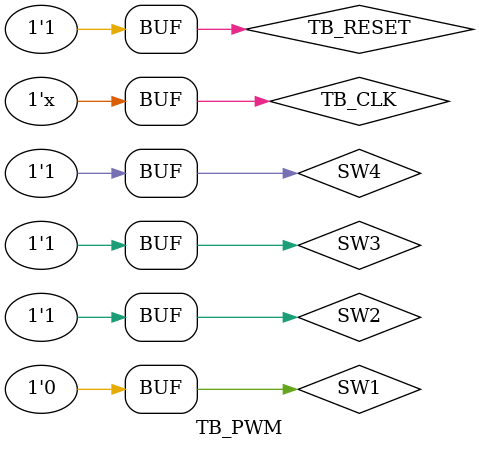
<source format=v>
`timescale 1ns / 1ps


module TB_PWM( );
    
reg TB_CLK;
reg TB_RESET;
reg SW1;
reg SW2;
reg SW3;
reg SW4;

wire o_cnt_1,o_cnt_2, o_cnt_3, o_cnt_4;
wire Seven_1, Seven_2, Seven_3, Seven_4;
    
initial
begin
    TB_CLK = 0;
    TB_RESET = 0;
    #(10);
    TB_RESET = 1;
    SW1 = 0;
    SW2 = 1;
    SW3 = 1;
    
    SW4 = 1;

    #(100);

end
    
    
always
begin
    #10 TB_CLK <= ~TB_CLK;
end

TOP PWMPWM( TB_RESET, TB_CLK, SW1, SW2, SW3, SW4, SW5, Clock_o_cnt_1, Clock_o_cnt_2, Clock_o_cnt_3, 
Clock_o_cnt_4, Stop_o_cnt_1, Stop_o_cnt_2, Stop_o_cnt_3, Stop_o_cnt_4, o_cnt_1, o_cnt_2, o_cnt_3, o_cnt_4, Seven_1, Seven_2, Seven_3, Seven_4 ); 

      
endmodule

</source>
